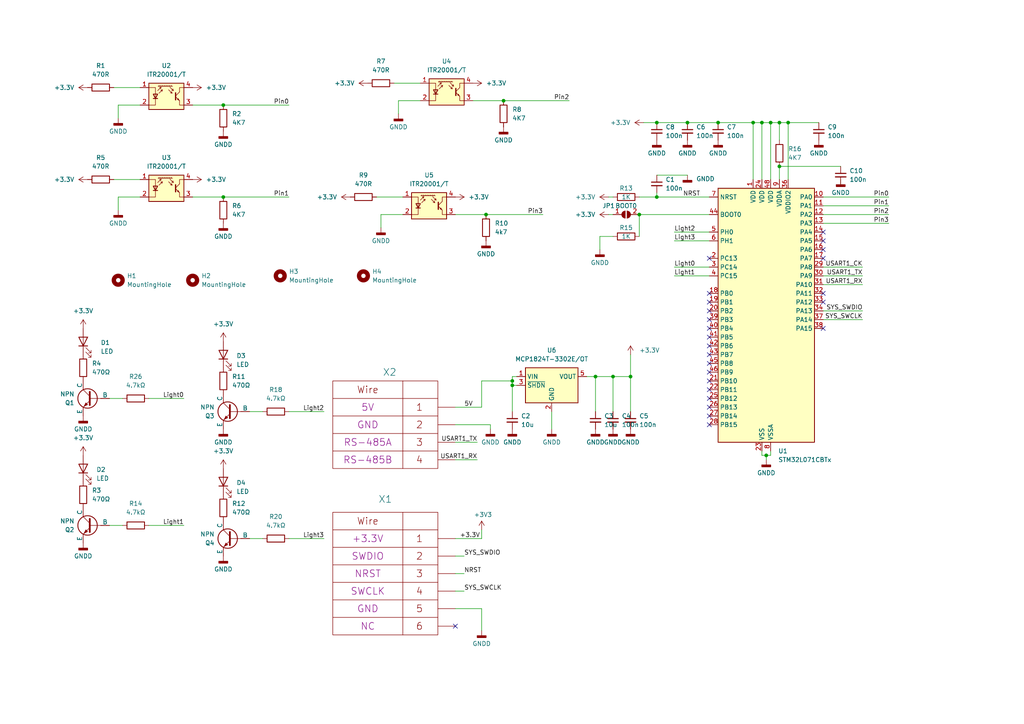
<source format=kicad_sch>
(kicad_sch (version 20230121) (generator eeschema)
  (paper "A4")
  (lib_symbols
    (symbol "Device:C_Small" (pin_numbers hide) (pin_names (offset 0.254) hide)
      (property "Reference" "C" (at 0.254 1.778 0))
      (property "Value" "C_Small" (at 0.254 -2.032 0))
      (symbol "C_Small_1_1"
        (pin passive line (at 0 2.54 270) (length 2.032) (name "~") (number "1"))
        (pin passive line (at 0 -2.54 90) (length 2.032) (name "~") (number "2"))
      )
    )
    (symbol "Device:LED" (pin_numbers hide) (pin_names (offset 1.016) hide)
      (property "Reference" "D" (at 0 2.54 0))
      (property "Value" "LED" (at 0 -2.54 0))
      (symbol "LED_1_1"
        (pin passive line (at -3.81 0 0) (length 2.54) (name "K") (number "1"))
        (pin passive line (at 3.81 0 180) (length 2.54) (name "A") (number "2"))
      )
    )
    (symbol "Device:R" (pin_numbers hide) (pin_names (offset 0))
      (property "Reference" "R" (at 2.032 0 90))
      (property "Value" "R" (at 0 0 90))
      (symbol "R_1_1"
        (pin passive line (at 0 3.81 270) (length 1.27) (name "~") (number "1"))
        (pin passive line (at 0 -3.81 90) (length 1.27) (name "~") (number "2"))
      )
    )
    (symbol "ITR8307-F43_1" (pin_names (offset 0.0254) hide)
      (property "Reference" "U2" (at 0 8.89 0))
      (property "Value" "ITR20001/T" (at 0 6.35 0))
      (symbol "ITR8307-F43_1_1_1"
        (pin passive line (at -7.62 2.54 0) (length 2.54) (name "A") (number "1"))
        (pin passive line (at -7.62 -2.54 0) (length 2.54) (name "K") (number "2"))
        (pin open_emitter line (at 7.62 -2.54 180) (length 2.54) (name "E") (number "3"))
        (pin open_collector line (at 7.62 2.54 180) (length 2.54) (name "C") (number "4"))
      )
    )
    (symbol "ITR8307-F43_2" (pin_names (offset 0.0254) hide)
      (property "Reference" "U3" (at 0 8.89 0))
      (property "Value" "ITR20001/T" (at 0 6.35 0))
      (symbol "ITR8307-F43_2_1_1"
        (pin passive line (at -7.62 2.54 0) (length 2.54) (name "A") (number "1"))
        (pin passive line (at -7.62 -2.54 0) (length 2.54) (name "K") (number "2"))
        (pin open_emitter line (at 7.62 -2.54 180) (length 2.54) (name "E") (number "3"))
        (pin open_collector line (at 7.62 2.54 180) (length 2.54) (name "C") (number "4"))
      )
    )
    (symbol "ITR8307-F43_3" (pin_names (offset 0.0254) hide)
      (property "Reference" "U4" (at 0 8.89 0))
      (property "Value" "ITR20001/T" (at 0 6.35 0))
      (symbol "ITR8307-F43_3_1_1"
        (pin passive line (at -7.62 2.54 0) (length 2.54) (name "A") (number "1"))
        (pin passive line (at -7.62 -2.54 0) (length 2.54) (name "K") (number "2"))
        (pin open_emitter line (at 7.62 -2.54 180) (length 2.54) (name "E") (number "3"))
        (pin open_collector line (at 7.62 2.54 180) (length 2.54) (name "C") (number "4"))
      )
    )
    (symbol "Jumper:SolderJumper_2_Open" (pin_names (offset 0) hide)
      (property "Reference" "JP" (at 0 2.032 0))
      (property "Value" "SolderJumper_2_Open" (at 0 -2.54 0))
      (symbol "SolderJumper_2_Open_1_1"
        (pin passive line (at -3.81 0 0) (length 2.54) (name "A") (number "1"))
        (pin passive line (at 3.81 0 180) (length 2.54) (name "B") (number "2"))
      )
    )
    (symbol "MCU_ST_STM32L0:STM32L071CBTx"
      (property "Reference" "U" (at -12.7 39.37 0))
      (property "Value" "STM32L071CBTx" (at 10.16 39.37 0))
      (symbol "STM32L071CBTx_1_1"
        (pin power_in line (at -2.54 40.64 270) (length 2.54) (name "VDD") (number "1"))
        (pin bidirectional line (at 17.78 35.56 180) (length 2.54) (name "PA0") (number "10"))
        (pin bidirectional line (at 17.78 33.02 180) (length 2.54) (name "PA1") (number "11"))
        (pin bidirectional line (at 17.78 30.48 180) (length 2.54) (name "PA2") (number "12"))
        (pin bidirectional line (at 17.78 27.94 180) (length 2.54) (name "PA3") (number "13"))
        (pin bidirectional line (at 17.78 25.4 180) (length 2.54) (name "PA4") (number "14"))
        (pin bidirectional line (at 17.78 22.86 180) (length 2.54) (name "PA5") (number "15"))
        (pin bidirectional line (at 17.78 20.32 180) (length 2.54) (name "PA6") (number "16"))
        (pin bidirectional line (at 17.78 17.78 180) (length 2.54) (name "PA7") (number "17"))
        (pin bidirectional line (at -15.24 7.62 0) (length 2.54) (name "PB0") (number "18"))
        (pin bidirectional line (at -15.24 5.08 0) (length 2.54) (name "PB1") (number "19"))
        (pin bidirectional line (at -15.24 17.78 0) (length 2.54) (name "PC13") (number "2"))
        (pin bidirectional line (at -15.24 2.54 0) (length 2.54) (name "PB2") (number "20"))
        (pin bidirectional line (at -15.24 -17.78 0) (length 2.54) (name "PB10") (number "21"))
        (pin bidirectional line (at -15.24 -20.32 0) (length 2.54) (name "PB11") (number "22"))
        (pin power_in line (at 0 -38.1 90) (length 2.54) (name "VSS") (number "23"))
        (pin power_in line (at 0 40.64 270) (length 2.54) (name "VDD") (number "24"))
        (pin bidirectional line (at -15.24 -22.86 0) (length 2.54) (name "PB12") (number "25"))
        (pin bidirectional line (at -15.24 -25.4 0) (length 2.54) (name "PB13") (number "26"))
        (pin bidirectional line (at -15.24 -27.94 0) (length 2.54) (name "PB14") (number "27"))
        (pin bidirectional line (at -15.24 -30.48 0) (length 2.54) (name "PB15") (number "28"))
        (pin bidirectional line (at 17.78 15.24 180) (length 2.54) (name "PA8") (number "29"))
        (pin bidirectional line (at -15.24 15.24 0) (length 2.54) (name "PC14") (number "3"))
        (pin bidirectional line (at 17.78 12.7 180) (length 2.54) (name "PA9") (number "30"))
        (pin bidirectional line (at 17.78 10.16 180) (length 2.54) (name "PA10") (number "31"))
        (pin bidirectional line (at 17.78 7.62 180) (length 2.54) (name "PA11") (number "32"))
        (pin bidirectional line (at 17.78 5.08 180) (length 2.54) (name "PA12") (number "33"))
        (pin bidirectional line (at 17.78 2.54 180) (length 2.54) (name "PA13") (number "34"))
        (pin passive line (at 0 -38.1 90) (length 2.54) hide (name "VSS") (number "35"))
        (pin power_in line (at 7.62 40.64 270) (length 2.54) (name "VDDIO2") (number "36"))
        (pin bidirectional line (at 17.78 0 180) (length 2.54) (name "PA14") (number "37"))
        (pin bidirectional line (at 17.78 -2.54 180) (length 2.54) (name "PA15") (number "38"))
        (pin bidirectional line (at -15.24 0 0) (length 2.54) (name "PB3") (number "39"))
        (pin bidirectional line (at -15.24 12.7 0) (length 2.54) (name "PC15") (number "4"))
        (pin bidirectional line (at -15.24 -2.54 0) (length 2.54) (name "PB4") (number "40"))
        (pin bidirectional line (at -15.24 -5.08 0) (length 2.54) (name "PB5") (number "41"))
        (pin bidirectional line (at -15.24 -7.62 0) (length 2.54) (name "PB6") (number "42"))
        (pin bidirectional line (at -15.24 -10.16 0) (length 2.54) (name "PB7") (number "43"))
        (pin input line (at -15.24 30.48 0) (length 2.54) (name "BOOT0") (number "44"))
        (pin bidirectional line (at -15.24 -12.7 0) (length 2.54) (name "PB8") (number "45"))
        (pin bidirectional line (at -15.24 -15.24 0) (length 2.54) (name "PB9") (number "46"))
        (pin passive line (at 0 -38.1 90) (length 2.54) hide (name "VSS") (number "47"))
        (pin power_in line (at 2.54 40.64 270) (length 2.54) (name "VDD") (number "48"))
        (pin bidirectional line (at -15.24 25.4 0) (length 2.54) (name "PH0") (number "5"))
        (pin bidirectional line (at -15.24 22.86 0) (length 2.54) (name "PH1") (number "6"))
        (pin input line (at -15.24 35.56 0) (length 2.54) (name "NRST") (number "7"))
        (pin power_in line (at 2.54 -38.1 90) (length 2.54) (name "VSSA") (number "8"))
        (pin power_in line (at 5.08 40.64 270) (length 2.54) (name "VDDA") (number "9"))
      )
    )
    (symbol "Mechanical:MountingHole" (pin_names (offset 1.016))
      (property "Reference" "H" (at 0 5.08 0))
      (property "Value" "MountingHole" (at 0 3.175 0))
    )
    (symbol "NPN_1" (pin_numbers hide) (pin_names (offset 0))
      (property "Reference" "Q2" (at 5.08 -1.27 0))
      (property "Value" "NPN" (at 5.08 1.27 0))
      (symbol "NPN_1_1_1"
        (pin input line (at -5.08 0 0) (length 2.54) (name "B") (number "1"))
        (pin open_collector line (at 2.54 5.08 270) (length 2.54) (name "C") (number "2"))
        (pin open_emitter line (at 2.54 -5.08 90) (length 2.54) (name "E") (number "3"))
      )
    )
    (symbol "NPN_2" (pin_numbers hide) (pin_names (offset 0))
      (property "Reference" "Q1" (at 5.08 -1.27 0))
      (property "Value" "NPN" (at 5.08 1.27 0))
      (symbol "NPN_2_1_1"
        (pin input line (at -5.08 0 0) (length 2.54) (name "B") (number "1"))
        (pin open_collector line (at 2.54 5.08 270) (length 2.54) (name "C") (number "2"))
        (pin open_emitter line (at 2.54 -5.08 90) (length 2.54) (name "E") (number "3"))
      )
    )
    (symbol "NPN_3" (pin_numbers hide) (pin_names (offset 0))
      (property "Reference" "Q3" (at 5.08 -1.27 0))
      (property "Value" "NPN" (at 5.08 1.27 0))
      (symbol "NPN_3_1_1"
        (pin input line (at -5.08 0 0) (length 2.54) (name "B") (number "1"))
        (pin open_collector line (at 2.54 5.08 270) (length 2.54) (name "C") (number "2"))
        (pin open_emitter line (at 2.54 -5.08 90) (length 2.54) (name "E") (number "3"))
      )
    )
    (symbol "Regulator_Linear:MCP1802x-xx02xOT"
      (property "Reference" "U" (at -6.35 6.35 0))
      (property "Value" "MCP1802x-xx02xOT" (at 0 6.35 0))
      (symbol "MCP1802x-xx02xOT_1_1"
        (pin power_in line (at -10.16 2.54 0) (length 2.54) (name "VIN") (number "1"))
        (pin power_in line (at 0 -7.62 90) (length 2.54) (name "GND") (number "2"))
        (pin input line (at -10.16 0 0) (length 2.54) (name "~{SHDN}") (number "3"))
        (pin no_connect line (at 7.62 0 180) (length 2.54) hide (name "NC") (number "4"))
        (pin power_out line (at 10.16 2.54 180) (length 2.54) (name "VOUT") (number "5"))
      )
    )
    (symbol "Sensor_Proximity:ITR8307-F43" (pin_names (offset 0.0254) hide)
      (property "Reference" "U5" (at 0 8.89 0))
      (property "Value" "ITR20001/T" (at 0 6.35 0))
      (symbol "ITR8307-F43_1_1"
        (pin passive line (at -7.62 2.54 0) (length 2.54) (name "A") (number "1"))
        (pin passive line (at -7.62 -2.54 0) (length 2.54) (name "K") (number "2"))
        (pin open_emitter line (at 7.62 -2.54 180) (length 2.54) (name "E") (number "3"))
        (pin open_collector line (at 7.62 2.54 180) (length 2.54) (name "C") (number "4"))
      )
    )
    (symbol "Simulation_SPICE:NPN" (pin_numbers hide) (pin_names (offset 0))
      (property "Reference" "Q4" (at 5.08 -1.27 0))
      (property "Value" "NPN" (at 5.08 1.27 0))
      (symbol "NPN_1_1"
        (pin input line (at -5.08 0 0) (length 2.54) (name "B") (number "1"))
        (pin open_collector line (at 2.54 5.08 270) (length 2.54) (name "C") (number "2"))
        (pin open_emitter line (at 2.54 -5.08 90) (length 2.54) (name "E") (number "3"))
      )
    )
    (symbol "archive:Connector_Generic_GOST_CONN_4" (pin_numbers hide) (pin_names (offset 0) hide)
      (property "Reference" "X" (at 0 15.24 0))
      (property "PIN1" "1" (at -5.08 5.08 0))
      (property "PIN2" "2" (at -5.08 0 0))
      (property "PIN3" "3" (at -5.08 -5.08 0))
      (property "PIN4" "4" (at -5.08 -10.16 0))
      (symbol "Connector_Generic_GOST_CONN_4_1_1"
        (text "1" (at 9.906 5.08 0) (effects (font (size 2.0066 2.0066))))
        (text "2" (at 9.906 0 0) (effects (font (size 2.0066 2.0066))))
        (text "3" (at 9.906 -5.08 0) (effects (font (size 2.0066 2.0066))))
        (text "4" (at 9.906 -10.16 0) (effects (font (size 2.0066 2.0066))))
        (text "Wire" (at -5.08 10.16 0) (effects (font (size 2.0066 2.0066))))
        (pin passive line (at 20.32 5.08 180) (length 5.08) (name "1") (number "1"))
        (pin passive line (at 20.32 0 180) (length 5.08) (name "2") (number "2"))
        (pin passive line (at 20.32 -5.08 180) (length 5.08) (name "3") (number "3"))
        (pin passive line (at 20.32 -10.16 180) (length 5.08) (name "4") (number "4"))
      )
    )
    (symbol "archive:Connector_Generic_GOST_CONN_6" (pin_numbers hide) (pin_names (offset 0) hide)
      (property "Reference" "X" (at 0 20.32 0))
      (property "PIN1" "1" (at -5.08 10.16 0))
      (property "PIN2" "2" (at -5.08 5.08 0))
      (property "PIN3" "3" (at -5.08 0 0))
      (property "PIN4" "4" (at -5.08 -5.08 0))
      (property "PIN5" "5" (at -5.08 -10.16 0))
      (property "PIN6" "6" (at -5.08 -15.24 0))
      (symbol "Connector_Generic_GOST_CONN_6_1_1"
        (text "1" (at 9.906 10.16 0) (effects (font (size 2.0066 2.0066))))
        (text "2" (at 9.906 5.08 0) (effects (font (size 2.0066 2.0066))))
        (text "3" (at 9.906 0 0) (effects (font (size 2.0066 2.0066))))
        (text "4" (at 9.906 -5.08 0) (effects (font (size 2.0066 2.0066))))
        (text "5" (at 9.906 -10.16 0) (effects (font (size 2.0066 2.0066))))
        (text "6" (at 9.906 -15.24 0) (effects (font (size 2.0066 2.0066))))
        (text "Wire" (at -5.08 15.24 0) (effects (font (size 2.0066 2.0066))))
        (pin passive line (at 20.32 10.16 180) (length 5.08) (name "1") (number "1"))
        (pin passive line (at 20.32 5.08 180) (length 5.08) (name "2") (number "2"))
        (pin passive line (at 20.32 0 180) (length 5.08) (name "3") (number "3"))
        (pin passive line (at 20.32 -5.08 180) (length 5.08) (name "4") (number "4"))
        (pin passive line (at 20.32 -10.16 180) (length 5.08) (name "5") (number "5"))
        (pin passive line (at 20.32 -15.24 180) (length 5.08) (name "6") (number "6"))
      )
    )
    (symbol "archive:Inclinometer-rescue_power_+3.3V-archive" (power) (pin_names (offset 0))
      (property "Value" "Inclinometer-rescue_power_+3.3V-archive" (at 0 3.556 0))
      (symbol "Inclinometer-rescue_power_+3.3V-archive_1_1"
        (pin power_in line (at 0 0 90) (length 0) hide (name "+3V3") (number "1"))
      )
    )
    (symbol "power:+3.3V" (power) (pin_names (offset 0))
      (property "Value" "+3.3V" (at 0 3.556 0))
      (symbol "+3.3V_1_1"
        (pin power_in line (at 0 0 90) (length 0) hide (name "+3.3V") (number "1"))
      )
    )
    (symbol "power:GNDD" (power) (pin_names (offset 0))
      (property "Value" "GNDD" (at 0 -3.175 0))
      (symbol "GNDD_1_1"
        (pin power_in line (at 0 0 270) (length 0) hide (name "GNDD") (number "1"))
      )
    )
  )
  (junction (at 182.88 109.22))
  (junction (at 223.52 35.56))
  (junction (at 148.59 110.49))
  (junction (at 199.39 35.56))
  (junction (at 64.77 30.48))
  (junction (at 222.25 132.08))
  (junction (at 172.72 109.22))
  (junction (at 146.05 29.21))
  (junction (at 226.06 35.56))
  (junction (at 185.42 62.23))
  (junction (at 218.44 35.56))
  (junction (at 208.28 35.56))
  (junction (at 177.8 109.22))
  (junction (at 228.6 35.56))
  (junction (at 190.5 57.15))
  (junction (at 226.06 48.26))
  (junction (at 64.77 57.15))
  (junction (at 148.59 111.76))
  (junction (at 140.97 62.23))
  (junction (at 190.5 35.56))
  (junction (at 220.98 35.56))
  (no_connect (at 238.76 74.93))
  (no_connect (at 238.76 95.25))
  (no_connect (at 205.74 92.71))
  (no_connect (at 205.74 90.17))
  (no_connect (at 238.76 87.63))
  (no_connect (at 205.74 87.63))
  (no_connect (at 132.08 181.61))
  (no_connect (at 205.74 115.57))
  (no_connect (at 205.74 102.87))
  (no_connect (at 205.74 100.33))
  (no_connect (at 238.76 85.09))
  (no_connect (at 238.76 67.31))
  (no_connect (at 205.74 95.25))
  (no_connect (at 205.74 123.19))
  (no_connect (at 205.74 74.93))
  (no_connect (at 238.76 69.85))
  (no_connect (at 205.74 118.11))
  (no_connect (at 205.74 85.09))
  (no_connect (at 205.74 105.41))
  (no_connect (at 205.74 120.65))
  (no_connect (at 205.74 107.95))
  (no_connect (at 205.74 113.03))
  (no_connect (at 205.74 97.79))
  (no_connect (at 205.74 110.49))
  (no_connect (at 238.76 72.39))
  (wire (pts (xy 121.92 29.21) (xy 115.57 29.21)))
  (wire (pts (xy 114.3 24.13) (xy 121.92 24.13)))
  (wire (pts (xy 199.39 50.8) (xy 190.5 50.8)))
  (wire (pts (xy 34.29 57.15) (xy 34.29 60.96)))
  (wire (pts (xy 228.6 35.56) (xy 237.49 35.56)))
  (wire (pts (xy 116.84 62.23) (xy 110.49 62.23)))
  (wire (pts (xy 64.77 57.15) (xy 55.88 57.15)))
  (wire (pts (xy 220.98 35.56) (xy 223.52 35.56)))
  (wire (pts (xy 148.59 119.38) (xy 148.59 111.76)))
  (wire (pts (xy 226.06 48.26) (xy 243.84 48.26)))
  (wire (pts (xy 40.64 30.48) (xy 34.29 30.48)))
  (wire (pts (xy 115.57 29.21) (xy 115.57 33.02)))
  (wire (pts (xy 76.2 156.21) (xy 72.39 156.21)))
  (wire (pts (xy 238.76 77.47) (xy 250.19 77.47)))
  (wire (pts (xy 132.08 133.35) (xy 138.43 133.35)))
  (wire (pts (xy 53.34 152.4) (xy 43.18 152.4)))
  (wire (pts (xy 226.06 35.56) (xy 226.06 40.64)))
  (wire (pts (xy 243.84 53.34) (xy 243.84 52.07)))
  (wire (pts (xy 220.98 130.81) (xy 220.98 132.08)))
  (wire (pts (xy 218.44 35.56) (xy 218.44 52.07)))
  (wire (pts (xy 110.49 62.23) (xy 110.49 66.04)))
  (wire (pts (xy 35.56 115.57) (xy 31.75 115.57)))
  (wire (pts (xy 173.99 72.39) (xy 173.99 68.58)))
  (wire (pts (xy 226.06 35.56) (xy 228.6 35.56)))
  (wire (pts (xy 238.76 92.71) (xy 250.19 92.71)))
  (wire (pts (xy 177.8 109.22) (xy 177.8 119.38)))
  (wire (pts (xy 173.99 68.58) (xy 177.8 68.58)))
  (wire (pts (xy 34.29 30.48) (xy 34.29 34.29)))
  (wire (pts (xy 170.18 109.22) (xy 172.72 109.22)))
  (wire (pts (xy 223.52 35.56) (xy 223.52 52.07)))
  (wire (pts (xy 220.98 35.56) (xy 220.98 52.07)))
  (wire (pts (xy 223.52 130.81) (xy 223.52 132.08)))
  (wire (pts (xy 195.58 67.31) (xy 205.74 67.31)))
  (wire (pts (xy 148.59 110.49) (xy 148.59 109.22)))
  (wire (pts (xy 146.05 29.21) (xy 165.1 29.21)))
  (wire (pts (xy 139.7 110.49) (xy 139.7 118.11)))
  (wire (pts (xy 220.98 132.08) (xy 222.25 132.08)))
  (wire (pts (xy 226.06 48.26) (xy 226.06 52.07)))
  (wire (pts (xy 176.53 57.15) (xy 177.8 57.15)))
  (wire (pts (xy 134.62 166.37) (xy 132.08 166.37)))
  (wire (pts (xy 35.56 152.4) (xy 31.75 152.4)))
  (wire (pts (xy 238.76 80.01) (xy 250.19 80.01)))
  (wire (pts (xy 160.02 124.46) (xy 160.02 119.38)))
  (wire (pts (xy 190.5 55.88) (xy 190.5 57.15)))
  (wire (pts (xy 190.5 57.15) (xy 205.74 57.15)))
  (wire (pts (xy 238.76 90.17) (xy 250.19 90.17)))
  (wire (pts (xy 134.62 171.45) (xy 132.08 171.45)))
  (wire (pts (xy 185.42 57.15) (xy 190.5 57.15)))
  (wire (pts (xy 238.76 59.69) (xy 257.81 59.69)))
  (wire (pts (xy 177.8 109.22) (xy 182.88 109.22)))
  (wire (pts (xy 218.44 35.56) (xy 220.98 35.56)))
  (wire (pts (xy 148.59 110.49) (xy 148.59 111.76)))
  (wire (pts (xy 182.88 109.22) (xy 182.88 119.38)))
  (wire (pts (xy 238.76 57.15) (xy 257.81 57.15)))
  (wire (pts (xy 93.98 156.21) (xy 83.82 156.21)))
  (wire (pts (xy 53.34 115.57) (xy 43.18 115.57)))
  (wire (pts (xy 132.08 161.29) (xy 134.62 161.29)))
  (wire (pts (xy 208.28 35.56) (xy 218.44 35.56)))
  (wire (pts (xy 148.59 111.76) (xy 149.86 111.76)))
  (wire (pts (xy 33.02 25.4) (xy 40.64 25.4)))
  (wire (pts (xy 40.64 57.15) (xy 34.29 57.15)))
  (wire (pts (xy 132.08 118.11) (xy 139.7 118.11)))
  (wire (pts (xy 182.88 102.87) (xy 182.88 109.22)))
  (wire (pts (xy 139.7 110.49) (xy 148.59 110.49)))
  (wire (pts (xy 222.25 133.35) (xy 222.25 132.08)))
  (wire (pts (xy 223.52 35.56) (xy 226.06 35.56)))
  (wire (pts (xy 199.39 35.56) (xy 208.28 35.56)))
  (wire (pts (xy 149.86 109.22) (xy 148.59 109.22)))
  (wire (pts (xy 195.58 69.85) (xy 205.74 69.85)))
  (wire (pts (xy 228.6 52.07) (xy 228.6 35.56)))
  (wire (pts (xy 64.77 30.48) (xy 55.88 30.48)))
  (wire (pts (xy 195.58 80.01) (xy 205.74 80.01)))
  (wire (pts (xy 222.25 132.08) (xy 223.52 132.08)))
  (wire (pts (xy 172.72 109.22) (xy 172.72 119.38)))
  (wire (pts (xy 142.24 123.19) (xy 132.08 123.19)))
  (wire (pts (xy 185.42 62.23) (xy 205.74 62.23)))
  (wire (pts (xy 238.76 64.77) (xy 257.81 64.77)))
  (wire (pts (xy 139.7 156.21) (xy 139.7 153.67)))
  (wire (pts (xy 132.08 128.27) (xy 138.43 128.27)))
  (wire (pts (xy 93.98 119.38) (xy 83.82 119.38)))
  (wire (pts (xy 76.2 119.38) (xy 72.39 119.38)))
  (wire (pts (xy 185.42 62.23) (xy 185.42 68.58)))
  (wire (pts (xy 190.5 35.56) (xy 199.39 35.56)))
  (wire (pts (xy 139.7 176.53) (xy 139.7 182.88)))
  (wire (pts (xy 64.77 57.15) (xy 83.82 57.15)))
  (wire (pts (xy 238.76 82.55) (xy 250.19 82.55)))
  (wire (pts (xy 140.97 62.23) (xy 157.48 62.23)))
  (wire (pts (xy 186.69 35.56) (xy 190.5 35.56)))
  (wire (pts (xy 142.24 123.19) (xy 142.24 124.46)))
  (wire (pts (xy 176.53 62.23) (xy 177.8 62.23)))
  (wire (pts (xy 238.76 62.23) (xy 257.81 62.23)))
  (wire (pts (xy 140.97 62.23) (xy 132.08 62.23)))
  (wire (pts (xy 109.22 57.15) (xy 116.84 57.15)))
  (wire (pts (xy 139.7 176.53) (xy 132.08 176.53)))
  (wire (pts (xy 33.02 52.07) (xy 40.64 52.07)))
  (wire (pts (xy 132.08 156.21) (xy 139.7 156.21)))
  (wire (pts (xy 64.77 30.48) (xy 83.82 30.48)))
  (wire (pts (xy 172.72 109.22) (xy 177.8 109.22)))
  (wire (pts (xy 195.58 77.47) (xy 205.74 77.47)))
  (wire (pts (xy 146.05 29.21) (xy 137.16 29.21)))
  (label "USART1_TX" (at 250.19 80.01 180))
  (label "Light3" (at 195.58 69.85 0))
  (label "Pin2" (at 257.81 62.23 180))
  (label "5V" (at 137.16 118.11 180))
  (label "Pin3" (at 257.81 64.77 180))
  (label "USART1_TX" (at 138.43 128.27 180))
  (label "Pin0" (at 83.82 30.48 180))
  (label "USART1_CK" (at 250.19 77.47 180))
  (label "NRST" (at 134.62 166.37 0))
  (label "NRST" (at 198.12 57.15 0))
  (label "Pin1" (at 257.81 59.69 180))
  (label "Light2" (at 93.98 119.38 180))
  (label "SYS_SWCLK" (at 250.19 92.71 180))
  (label "SYS_SWDIO" (at 134.62 161.29 0))
  (label "Light1" (at 195.58 80.01 0))
  (label "USART1_RX" (at 250.19 82.55 180))
  (label "Pin2" (at 165.1 29.21 180))
  (label "Pin3" (at 157.48 62.23 180))
  (label "Light0" (at 53.34 115.57 180))
  (label "SYS_SWDIO" (at 250.19 90.17 180))
  (label "Pin1" (at 83.82 57.15 180))
  (label "Light0" (at 195.58 77.47 0))
  (label "Light3" (at 93.98 156.21 180))
  (label "USART1_RX" (at 138.43 133.35 180))
  (label "SYS_SWCLK" (at 134.62 171.45 0))
  (label "Pin0" (at 257.81 57.15 180))
  (label "+3.3V" (at 133.35 156.21 0))
  (label "Light1" (at 53.34 152.4 180))
  (label "Light2" (at 195.58 67.31 0))
  (symbol (lib_id "power:GNDD") (at 34.29 34.29 0) (unit 1)
    (property "Reference" "#PWR01" (effects hide))
    (property "Value" "GNDD" (at 34.29 38.1 0))
  )
  (symbol (lib_id "power:GNDD") (at 64.77 124.46 0) (unit 1)
    (property "Reference" "#PWR044" (effects hide))
    (property "Value" "GNDD" (at 64.77 128.27 0))
  )
  (symbol (lib_id "power:+3.3V") (at 182.88 102.87 0) (unit 1)
    (property "Reference" "#PWR035" (effects hide))
    (property "Value" "+3.3V" (at 185.42 101.6 0) (effects (justify left)))
  )
  (symbol (lib_id "power:GNDD") (at 190.5 40.64 0) (unit 1)
    (property "Reference" "#PWR039" (effects hide))
    (property "Value" "GNDD" (at 190.5 44.45 0))
  )
  (symbol (lib_id "power:GNDD") (at 172.72 124.46 0) (unit 1)
    (property "Reference" "#PWR032" (effects hide))
    (property "Value" "GNDD" (at 172.72 128.27 0))
  )
  (symbol (lib_id "power:GNDD") (at 64.77 38.1 0) (unit 1)
    (property "Reference" "#PWR02" (effects hide))
    (property "Value" "GNDD" (at 64.77 41.91 0))
  )
  (symbol (lib_id "power:+3.3V") (at 24.13 132.08 0) (unit 1)
    (property "Reference" "#PWR04" (effects hide))
    (property "Value" "+3.3V" (at 24.13 127 0))
  )
  (symbol (lib_id "Device:R") (at 39.37 152.4 270) (unit 1)
    (property "Reference" "R14" (at 39.37 146.05 90))
    (property "Value" "4.7kΩ" (at 39.37 148.59 90))
    (property "Footprint" "Resistor_SMD:R_0603_1608Metric" (effects hide))
  )
  (symbol (lib_id "Device:R") (at 80.01 119.38 270) (unit 1)
    (property "Reference" "R18" (at 80.01 113.03 90))
    (property "Value" "4.7kΩ" (at 80.01 115.57 90))
    (property "Footprint" "Resistor_SMD:R_0603_1608Metric" (effects hide))
  )
  (symbol (lib_id "power:+3.3V") (at 25.4 52.07 90) (unit 1)
    (property "Reference" "#PWR011" (effects hide))
    (property "Value" "+3.3V" (at 21.59 52.07 90) (effects (justify left)))
  )
  (symbol (lib_id "Device:C_Small") (at 190.5 38.1 0) (unit 1)
    (property "Reference" "C8" (at 193.04 36.8363 0) (effects (justify left)))
    (property "Value" "100n" (at 193.04 39.3763 0) (effects (justify left)))
    (property "Footprint" "Capacitor_SMD:C_0603_1608Metric" (effects hide))
  )
  (symbol (lib_id "power:GNDD") (at 199.39 50.8 0) (unit 1)
    (property "Reference" "#PWR07" (effects hide))
    (property "Value" "GNDD" (at 201.93 51.8795 0) (effects (justify left)))
  )
  (symbol (lib_id "Device:C_Small") (at 148.59 121.92 0) (unit 1)
    (property "Reference" "C2" (at 151.13 120.6563 0) (effects (justify left)))
    (property "Value" "10u" (at 151.13 123.1963 0) (effects (justify left)))
    (property "Footprint" "Capacitor_SMD:C_0805_2012Metric" (effects hide))
  )
  (symbol (lib_id "power:GNDD") (at 243.84 52.07 0) (unit 1)
    (property "Reference" "#PWR024" (effects hide))
    (property "Value" "GNDD" (at 243.84 55.88 0))
  )
  (symbol (lib_id "power:GNDD") (at 142.24 124.46 0) (unit 1)
    (property "Reference" "#PWR029" (effects hide))
    (property "Value" "GNDD" (at 142.24 128.27 0))
  )
  (symbol (lib_id "Mechanical:MountingHole") (at 34.29 81.28 0) (unit 1)
    (property "Reference" "H1" (at 36.83 80.01 0) (effects (justify left)))
    (property "Value" "MountingHole" (at 36.83 82.55 0) (effects (justify left)))
    (property "Footprint" "MountingHole:MountingHole_3.2mm_M3" (effects hide))
  )
  (symbol (lib_id "power:GNDD") (at 182.88 124.46 0) (unit 1)
    (property "Reference" "#PWR034" (effects hide))
    (property "Value" "GNDD" (at 182.88 128.27 0))
  )
  (symbol (lib_id "MCU_ST_STM32L0:STM32L071CBTx") (at 220.98 92.71 0) (unit 1)
    (property "Reference" "U1" (at 225.7141 130.81 0) (effects (justify left)))
    (property "Value" "STM32L071CBTx" (at 225.7141 133.35 0) (effects (justify left)))
    (property "Footprint" "Package_QFP:LQFP-48_7x7mm_P0.5mm" (effects hide))
    (property "Datasheet" "https://www.st.com/resource/en/datasheet/stm32l071cb.pdf" (effects hide))
  )
  (symbol (lib_id "power:GNDD") (at 139.7 182.88 0) (unit 1)
    (property "Reference" "#PWR027" (effects hide))
    (property "Value" "GNDD" (at 139.7 186.69 0))
  )
  (symbol (lib_id "Device:R") (at 146.05 33.02 0) (unit 1)
    (property "Reference" "R8" (at 148.59 31.75 0) (effects (justify left)))
    (property "Value" "4K7" (at 148.59 34.29 0) (effects (justify left)))
    (property "Footprint" "Resistor_SMD:R_0603_1608Metric" (effects hide))
  )
  (symbol (lib_id "power:GNDD") (at 173.99 72.39 0) (unit 1)
    (property "Reference" "#PWR023" (effects hide))
    (property "Value" "GNDD" (at 173.99 76.2 0))
  )
  (symbol (lib_name "ITR8307-F43_2") (lib_id "Sensor_Proximity:ITR8307-F43") (at 48.26 54.61 0) (unit 1)
    (property "Reference" "U3" (at 48.26 45.72 0))
    (property "Value" "ITR20001/T" (at 48.26 48.26 0))
    (property "Footprint" "Library:ITR20001" (effects hide))
    (property "Datasheet" "https://everlighteurope.com/index.php?controller=attachment&id_attachment=5385" (effects hide))
  )
  (symbol (lib_id "power:GNDD") (at 24.13 157.48 0) (unit 1)
    (property "Reference" "#PWR05" (effects hide))
    (property "Value" "GNDD" (at 24.13 161.29 0))
  )
  (symbol (lib_id "power:GNDD") (at 110.49 66.04 0) (unit 1)
    (property "Reference" "#PWR020" (effects hide))
    (property "Value" "GNDD" (at 110.49 69.85 0))
  )
  (symbol (lib_id "power:+3.3V") (at 176.53 57.15 90) (unit 1)
    (property "Reference" "#PWR06" (effects hide))
    (property "Value" "+3.3V" (at 172.72 57.15 90) (effects (justify left)))
  )
  (symbol (lib_id "power:+3.3V") (at 106.68 24.13 90) (unit 1)
    (property "Reference" "#PWR015" (effects hide))
    (property "Value" "+3.3V" (at 102.87 24.13 90) (effects (justify left)))
  )
  (symbol (lib_id "power:+3.3V") (at 137.16 24.13 270) (unit 1)
    (property "Reference" "#PWR017" (effects hide))
    (property "Value" "+3.3V" (at 140.97 24.13 90) (effects (justify left)))
  )
  (symbol (lib_id "Simulation_SPICE:NPN") (at 67.31 156.21 0) (mirror y) (unit 1)
    (property "Reference" "Q4" (at 62.23 157.48 0) (effects (justify left)))
    (property "Value" "NPN" (at 62.23 154.94 0) (effects (justify left)))
    (property "Footprint" "Package_TO_SOT_SMD:SOT-23" (effects hide))
    (property "Sim.Device" "NPN" (effects hide))
    (property "Sim.Type" "GUMMELPOON" (effects hide))
    (property "Sim.Pins" "1=C 2=B 3=E" (effects hide))
  )
  (symbol (lib_name "ITR8307-F43_1") (lib_id "Sensor_Proximity:ITR8307-F43") (at 48.26 27.94 0) (unit 1)
    (property "Reference" "U2" (at 48.26 19.05 0))
    (property "Value" "ITR20001/T" (at 48.26 21.59 0))
    (property "Footprint" "Library:ITR20001" (effects hide))
    (property "Datasheet" "https://everlighteurope.com/index.php?controller=attachment&id_attachment=5385" (effects hide))
  )
  (symbol (lib_id "Device:R") (at 64.77 60.96 0) (unit 1)
    (property "Reference" "R6" (at 67.31 59.69 0) (effects (justify left)))
    (property "Value" "4K7" (at 67.31 62.23 0) (effects (justify left)))
    (property "Footprint" "Resistor_SMD:R_0603_1608Metric" (effects hide))
  )
  (symbol (lib_id "Device:R") (at 29.21 52.07 90) (unit 1)
    (property "Reference" "R5" (at 29.21 45.72 90))
    (property "Value" "470R" (at 29.21 48.26 90))
    (property "Footprint" "Resistor_SMD:R_0603_1608Metric" (effects hide))
  )
  (symbol (lib_id "Device:R") (at 110.49 24.13 90) (unit 1)
    (property "Reference" "R7" (at 110.49 17.78 90))
    (property "Value" "470R" (at 110.49 20.32 90))
    (property "Footprint" "Resistor_SMD:R_0603_1608Metric" (effects hide))
  )
  (symbol (lib_id "Sensor_Proximity:ITR8307-F43") (at 124.46 59.69 0) (unit 1)
    (property "Reference" "U5" (at 124.46 50.8 0))
    (property "Value" "ITR20001/T" (at 124.46 53.34 0))
    (property "Footprint" "Library:ITR20001" (effects hide))
    (property "Datasheet" "https://everlighteurope.com/index.php?controller=attachment&id_attachment=5385" (effects hide))
  )
  (symbol (lib_id "Mechanical:MountingHole") (at 81.28 80.01 0) (unit 1)
    (property "Reference" "H3" (at 83.82 78.74 0) (effects (justify left)))
    (property "Value" "MountingHole" (at 83.82 81.28 0) (effects (justify left)))
    (property "Footprint" "MountingHole:MountingHole_3.2mm_M3" (effects hide))
  )
  (symbol (lib_id "power:+3.3V") (at 24.13 95.25 0) (unit 1)
    (property "Reference" "#PWR042" (effects hide))
    (property "Value" "+3.3V" (at 24.13 90.17 0))
  )
  (symbol (lib_id "Device:R") (at 39.37 115.57 270) (unit 1)
    (property "Reference" "R26" (at 39.37 109.22 90))
    (property "Value" "4.7kΩ" (at 39.37 111.76 90))
    (property "Footprint" "Resistor_SMD:R_0603_1608Metric" (effects hide))
  )
  (symbol (lib_id "power:GNDD") (at 237.49 40.64 0) (unit 1)
    (property "Reference" "#PWR040" (effects hide))
    (property "Value" "GNDD" (at 237.49 44.45 0))
  )
  (symbol (lib_id "Regulator_Linear:MCP1802x-xx02xOT") (at 160.02 111.76 0) (unit 1)
    (property "Reference" "U6" (at 160.02 101.6 0))
    (property "Value" "MCP1824T-3302E/OT" (at 160.02 104.14 0))
    (property "Footprint" "Package_TO_SOT_SMD:SOT-23-5" (effects hide))
    (property "Datasheet" "http://ww1.microchip.com/downloads/en/DeviceDoc/22053C.pdf" (effects hide))
  )
  (symbol (lib_id "power:GNDD") (at 222.25 133.35 0) (unit 1)
    (property "Reference" "#PWR03" (effects hide))
    (property "Value" "GNDD" (at 222.25 137.16 0))
  )
  (symbol (lib_id "power:GNDD") (at 64.77 161.29 0) (unit 1)
    (property "Reference" "#PWR046" (effects hide))
    (property "Value" "GNDD" (at 64.77 165.1 0))
  )
  (symbol (lib_id "Device:R") (at 64.77 110.49 180) (unit 1)
    (property "Reference" "R11" (at 67.31 109.22 0) (effects (justify right)))
    (property "Value" "470Ω" (at 67.31 111.76 0) (effects (justify right)))
    (property "Footprint" "Resistor_SMD:R_0603_1608Metric" (effects hide))
  )
  (symbol (lib_id "power:+3.3V") (at 132.08 57.15 270) (unit 1)
    (property "Reference" "#PWR021" (effects hide))
    (property "Value" "+3.3V" (at 135.89 57.15 90) (effects (justify left)))
  )
  (symbol (lib_id "power:GNDD") (at 115.57 33.02 0) (unit 1)
    (property "Reference" "#PWR016" (effects hide))
    (property "Value" "GNDD" (at 115.57 36.83 0))
  )
  (symbol (lib_name "ITR8307-F43_3") (lib_id "Sensor_Proximity:ITR8307-F43") (at 129.54 26.67 0) (unit 1)
    (property "Reference" "U4" (at 129.54 17.78 0))
    (property "Value" "ITR20001/T" (at 129.54 20.32 0))
    (property "Footprint" "Library:ITR20001" (effects hide))
    (property "Datasheet" "https://everlighteurope.com/index.php?controller=attachment&id_attachment=5385" (effects hide))
  )
  (symbol (lib_id "power:GNDD") (at 24.13 120.65 0) (unit 1)
    (property "Reference" "#PWR043" (effects hide))
    (property "Value" "GNDD" (at 24.13 124.46 0))
  )
  (symbol (lib_id "Device:R") (at 64.77 147.32 180) (unit 1)
    (property "Reference" "R12" (at 67.31 146.05 0) (effects (justify right)))
    (property "Value" "470Ω" (at 67.31 148.59 0) (effects (justify right)))
    (property "Footprint" "Resistor_SMD:R_0603_1608Metric" (effects hide))
  )
  (symbol (lib_id "Device:LED") (at 24.13 99.06 90) (unit 1)
    (property "Reference" "D1" (at 29.21 99.3775 90) (effects (justify right)))
    (property "Value" "LED" (at 29.21 101.9175 90) (effects (justify right)))
    (property "Footprint" "LED_THT:LED_D3.0mm" (effects hide))
  )
  (symbol (lib_id "power:GNDD") (at 146.05 36.83 0) (unit 1)
    (property "Reference" "#PWR018" (effects hide))
    (property "Value" "GNDD" (at 146.05 40.64 0))
  )
  (symbol (lib_id "power:GNDD") (at 199.39 40.64 0) (unit 1)
    (property "Reference" "#PWR038" (effects hide))
    (property "Value" "GNDD" (at 199.39 44.45 0))
  )
  (symbol (lib_id "power:+3.3V") (at 101.6 57.15 90) (unit 1)
    (property "Reference" "#PWR019" (effects hide))
    (property "Value" "+3.3V" (at 97.79 57.15 90) (effects (justify left)))
  )
  (symbol (lib_id "power:GNDD") (at 208.28 40.64 0) (unit 1)
    (property "Reference" "#PWR037" (effects hide))
    (property "Value" "GNDD" (at 208.28 44.45 0))
  )
  (symbol (lib_name "NPN_3") (lib_id "Simulation_SPICE:NPN") (at 67.31 119.38 0) (mirror y) (unit 1)
    (property "Reference" "Q3" (at 62.23 120.65 0) (effects (justify left)))
    (property "Value" "NPN" (at 62.23 118.11 0) (effects (justify left)))
    (property "Footprint" "Package_TO_SOT_SMD:SOT-23" (effects hide))
    (property "Sim.Device" "NPN" (effects hide))
    (property "Sim.Type" "GUMMELPOON" (effects hide))
    (property "Sim.Pins" "1=C 2=B 3=E" (effects hide))
  )
  (symbol (lib_id "power:+3.3V") (at 55.88 25.4 270) (unit 1)
    (property "Reference" "#PWR010" (effects hide))
    (property "Value" "+3.3V" (at 59.69 25.4 90) (effects (justify left)))
  )
  (symbol (lib_id "Device:C_Small") (at 208.28 38.1 0) (unit 1)
    (property "Reference" "C7" (at 210.82 36.8363 0) (effects (justify left)))
    (property "Value" "100n" (at 210.82 39.3763 0) (effects (justify left)))
    (property "Footprint" "Capacitor_SMD:C_0603_1608Metric" (effects hide))
  )
  (symbol (lib_id "Device:C_Small") (at 182.88 121.92 0) (unit 1)
    (property "Reference" "C5" (at 185.42 120.6563 0) (effects (justify left)))
    (property "Value" "100n" (at 185.42 123.1963 0) (effects (justify left)))
    (property "Footprint" "Capacitor_SMD:C_0603_1608Metric" (effects hide))
  )
  (symbol (lib_id "Device:R") (at 181.61 57.15 90) (unit 1)
    (property "Reference" "R13" (at 181.61 54.61 90))
    (property "Value" "1K" (at 181.61 57.15 90))
    (property "Footprint" "Resistor_SMD:R_0603_1608Metric" (effects hide))
  )
  (symbol (lib_id "Device:R") (at 80.01 156.21 270) (unit 1)
    (property "Reference" "R20" (at 80.01 149.86 90))
    (property "Value" "4.7kΩ" (at 80.01 152.4 90))
    (property "Footprint" "Resistor_SMD:R_0603_1608Metric" (effects hide))
  )
  (symbol (lib_id "power:GNDD") (at 34.29 60.96 0) (unit 1)
    (property "Reference" "#PWR012" (effects hide))
    (property "Value" "GNDD" (at 34.29 64.77 0))
  )
  (symbol (lib_id "power:GNDD") (at 160.02 124.46 0) (unit 1)
    (property "Reference" "#PWR030" (effects hide))
    (property "Value" "GNDD" (at 160.02 128.27 0))
  )
  (symbol (lib_id "archive:Inclinometer-rescue_power_+3.3V-archive") (at 139.7 153.67 0) (unit 1)
    (property "Reference" "#PWR025" (effects hide))
    (property "Value" "+3.3V" (at 140.081 149.2758 0))
  )
  (symbol (lib_id "Device:R") (at 181.61 68.58 90) (unit 1)
    (property "Reference" "R15" (at 181.61 66.04 90))
    (property "Value" "1K" (at 181.61 68.58 90))
    (property "Footprint" "Resistor_SMD:R_0603_1608Metric" (effects hide))
  )
  (symbol (lib_id "power:+3.3V") (at 55.88 52.07 270) (unit 1)
    (property "Reference" "#PWR013" (effects hide))
    (property "Value" "+3.3V" (at 59.69 52.07 90) (effects (justify left)))
  )
  (symbol (lib_name "NPN_1") (lib_id "Simulation_SPICE:NPN") (at 26.67 152.4 0) (mirror y) (unit 1)
    (property "Reference" "Q2" (at 21.59 153.67 0) (effects (justify left)))
    (property "Value" "NPN" (at 21.59 151.13 0) (effects (justify left)))
    (property "Footprint" "Package_TO_SOT_SMD:SOT-23" (effects hide))
    (property "Sim.Device" "NPN" (effects hide))
    (property "Sim.Type" "GUMMELPOON" (effects hide))
    (property "Sim.Pins" "1=B 2=C 3=E" (effects hide))
  )
  (symbol (lib_id "Device:LED") (at 64.77 102.87 90) (unit 1)
    (property "Reference" "D3" (at 68.58 103.1875 90) (effects (justify right)))
    (property "Value" "LED" (at 68.58 105.7275 90) (effects (justify right)))
    (property "Footprint" "LED_THT:LED_D3.0mm" (effects hide))
  )
  (symbol (lib_id "Device:C_Small") (at 177.8 121.92 0) (unit 1)
    (property "Reference" "C4" (at 180.34 120.6563 0) (effects (justify left)))
    (property "Value" "100n" (at 180.34 123.1963 0) (effects (justify left)))
    (property "Footprint" "Capacitor_SMD:C_0603_1608Metric" (effects hide))
  )
  (symbol (lib_id "power:+3.3V") (at 25.4 25.4 90) (unit 1)
    (property "Reference" "#PWR09" (effects hide))
    (property "Value" "+3.3V" (at 21.59 25.4 90) (effects (justify left)))
  )
  (symbol (lib_id "Device:R") (at 226.06 44.45 0) (unit 1)
    (property "Reference" "R16" (at 228.6 43.18 0) (effects (justify left)))
    (property "Value" "4K7" (at 228.6 45.72 0) (effects (justify left)))
    (property "Footprint" "Resistor_SMD:R_0603_1608Metric" (effects hide))
  )
  (symbol (lib_id "power:GNDD") (at 64.77 64.77 0) (unit 1)
    (property "Reference" "#PWR014" (effects hide))
    (property "Value" "GNDD" (at 64.77 68.58 0))
  )
  (symbol (lib_id "Jumper:SolderJumper_2_Open") (at 181.61 62.23 0) (unit 1)
    (property "Reference" "JP1" (at 176.53 59.69 0))
    (property "Value" "BOOT0" (at 181.61 59.69 0))
    (property "Footprint" "Jumper:SolderJumper-2_P1.3mm_Bridged2Bar_Pad1.0x1.5mm" (effects hide))
  )
  (symbol (lib_id "Device:R") (at 24.13 106.68 180) (unit 1)
    (property "Reference" "R4" (at 26.67 105.41 0) (effects (justify right)))
    (property "Value" "470Ω" (at 26.67 107.95 0) (effects (justify right)))
    (property "Footprint" "Resistor_SMD:R_0603_1608Metric" (effects hide))
  )
  (symbol (lib_id "Device:R") (at 140.97 66.04 0) (unit 1)
    (property "Reference" "R10" (at 143.51 64.77 0) (effects (justify left)))
    (property "Value" "4k7" (at 143.51 67.31 0) (effects (justify left)))
    (property "Footprint" "Resistor_SMD:R_0603_1608Metric" (effects hide))
  )
  (symbol (lib_id "power:+3.3V") (at 186.69 35.56 90) (unit 1)
    (property "Reference" "#PWR036" (effects hide))
    (property "Value" "+3.3V" (at 182.88 35.56 90) (effects (justify left)))
  )
  (symbol (lib_id "Device:LED") (at 24.13 135.89 90) (unit 1)
    (property "Reference" "D2" (at 27.94 136.2075 90) (effects (justify right)))
    (property "Value" "LED" (at 27.94 138.7475 90) (effects (justify right)))
    (property "Footprint" "LED_THT:LED_D3.0mm" (effects hide))
  )
  (symbol (lib_id "Device:LED") (at 64.77 139.7 90) (unit 1)
    (property "Reference" "D4" (at 68.58 140.0175 90) (effects (justify right)))
    (property "Value" "LED" (at 68.58 142.5575 90) (effects (justify right)))
    (property "Footprint" "LED_THT:LED_D3.0mm" (effects hide))
  )
  (symbol (lib_id "Device:C_Small") (at 190.5 53.34 0) (unit 1)
    (property "Reference" "C1" (at 193.04 52.0763 0) (effects (justify left)))
    (property "Value" "100n" (at 193.04 54.6163 0) (effects (justify left)))
    (property "Footprint" "Capacitor_SMD:C_0603_1608Metric" (effects hide))
  )
  (symbol (lib_id "archive:Connector_Generic_GOST_CONN_4") (at 111.76 123.19 0) (unit 1)
    (property "Reference" "X2" (at 113.03 107.95 0) (effects (font (size 2.0066 2.0066))))
    (property "Value" "CONN_4" (effects hide))
    (property "Footprint" "TerminalBlock_RND:TerminalBlock_RND_205-00289_1x04_P5.08mm_Horizontal" (effects hide))
    (property "PIN1" "5V" (at 106.68 118.11 0) (effects (font (size 2.0066 2.0066))))
    (property "PIN2" "GND" (at 106.68 123.19 0) (effects (font (size 2.0066 2.0066))))
    (property "PIN3" "RS-485A" (at 106.68 128.27 0) (effects (font (size 2.0066 2.0066))))
    (property "PIN4" "RS-485B" (at 106.68 133.35 0) (effects (font (size 2.0066 2.0066))))
  )
  (symbol (lib_id "Device:C_Small") (at 199.39 38.1 0) (unit 1)
    (property "Reference" "C6" (at 201.93 36.8363 0) (effects (justify left)))
    (property "Value" "100n" (at 201.93 39.3763 0) (effects (justify left)))
    (property "Footprint" "Capacitor_SMD:C_0603_1608Metric" (effects hide))
  )
  (symbol (lib_id "Device:C_Small") (at 172.72 121.92 0) (unit 1)
    (property "Reference" "C3" (at 175.26 120.6563 0) (effects (justify left)))
    (property "Value" "10u" (at 175.26 123.1963 0) (effects (justify left)))
    (property "Footprint" "Capacitor_SMD:C_0805_2012Metric" (effects hide))
  )
  (symbol (lib_id "Device:R") (at 24.13 143.51 180) (unit 1)
    (property "Reference" "R3" (at 26.67 142.24 0) (effects (justify right)))
    (property "Value" "470Ω" (at 26.67 144.78 0) (effects (justify right)))
    (property "Footprint" "Resistor_SMD:R_0603_1608Metric" (effects hide))
  )
  (symbol (lib_id "power:GNDD") (at 177.8 124.46 0) (unit 1)
    (property "Reference" "#PWR033" (effects hide))
    (property "Value" "GNDD" (at 177.8 128.27 0))
  )
  (symbol (lib_id "archive:Connector_Generic_GOST_CONN_6") (at 111.76 166.37 0) (unit 1)
    (property "Reference" "X1" (at 111.76 144.78 0) (effects (font (size 2.0066 2.0066))))
    (property "Value" "CONN_6" (effects hide))
    (property "Footprint" "Library:490107670612" (effects hide))
    (property "PIN1" "+3.3V" (at 106.68 156.21 0) (effects (font (size 2.0066 2.0066))))
    (property "PIN2" "SWDIO" (at 106.68 161.29 0) (effects (font (size 2.0066 2.0066))))
    (property "PIN3" "NRST" (at 106.68 166.37 0) (effects (font (size 2.0066 2.0066))))
    (property "PIN4" "SWCLK" (at 106.68 171.45 0) (effects (font (size 2.0066 2.0066))))
    (property "PIN5" "GND" (at 106.68 176.53 0) (effects (font (size 2.0066 2.0066))))
    (property "PIN6" "NC" (at 106.68 181.61 0) (effects (font (size 2.0066 2.0066))))
  )
  (symbol (lib_id "Mechanical:MountingHole") (at 55.88 81.28 0) (unit 1)
    (property "Reference" "H2" (at 58.42 80.01 0) (effects (justify left)))
    (property "Value" "MountingHole" (at 58.42 82.55 0) (effects (justify left)))
    (property "Footprint" "MountingHole:MountingHole_3.2mm_M3" (effects hide))
  )
  (symbol (lib_id "power:+3.3V") (at 64.77 99.06 0) (unit 1)
    (property "Reference" "#PWR041" (effects hide))
    (property "Value" "+3.3V" (at 64.77 93.98 0))
  )
  (symbol (lib_id "power:+3.3V") (at 176.53 62.23 90) (unit 1)
    (property "Reference" "#PWR08" (effects hide))
    (property "Value" "+3.3V" (at 172.72 62.23 90) (effects (justify left)))
  )
  (symbol (lib_id "power:GNDD") (at 140.97 69.85 0) (unit 1)
    (property "Reference" "#PWR022" (effects hide))
    (property "Value" "GNDD" (at 140.97 73.66 0))
  )
  (symbol (lib_id "Device:C_Small") (at 237.49 38.1 0) (unit 1)
    (property "Reference" "C9" (at 240.03 36.8363 0) (effects (justify left)))
    (property "Value" "100n" (at 240.03 39.3763 0) (effects (justify left)))
    (property "Footprint" "Capacitor_SMD:C_0603_1608Metric" (effects hide))
  )
  (symbol (lib_id "Device:R") (at 105.41 57.15 90) (unit 1)
    (property "Reference" "R9" (at 105.41 50.8 90))
    (property "Value" "470R" (at 105.41 53.34 90))
    (property "Footprint" "Resistor_SMD:R_0603_1608Metric" (effects hide))
  )
  (symbol (lib_name "NPN_2") (lib_id "Simulation_SPICE:NPN") (at 26.67 115.57 0) (mirror y) (unit 1)
    (property "Reference" "Q1" (at 21.59 116.84 0) (effects (justify left)))
    (property "Value" "NPN" (at 21.59 114.3 0) (effects (justify left)))
    (property "Footprint" "Package_TO_SOT_SMD:SOT-23" (effects hide))
    (property "Sim.Device" "NPN" (effects hide))
    (property "Sim.Type" "GUMMELPOON" (effects hide))
    (property "Sim.Pins" "1=C 2=B 3=E" (effects hide))
  )
  (symbol (lib_id "power:GNDD") (at 148.59 124.46 0) (unit 1)
    (property "Reference" "#PWR031" (effects hide))
    (property "Value" "GNDD" (at 148.59 128.27 0))
  )
  (symbol (lib_id "Device:C_Small") (at 243.84 50.8 0) (unit 1)
    (property "Reference" "C10" (at 246.38 49.5363 0) (effects (justify left)))
    (property "Value" "100n" (at 246.38 52.0763 0) (effects (justify left)))
    (property "Footprint" "Capacitor_SMD:C_0603_1608Metric" (effects hide))
  )
  (symbol (lib_id "Device:R") (at 64.77 34.29 0) (unit 1)
    (property "Reference" "R2" (at 67.31 33.02 0) (effects (justify left)))
    (property "Value" "4K7" (at 67.31 35.56 0) (effects (justify left)))
    (property "Footprint" "Resistor_SMD:R_0603_1608Metric" (effects hide))
  )
  (symbol (lib_id "Mechanical:MountingHole") (at 105.41 80.01 0) (unit 1)
    (property "Reference" "H4" (at 107.95 78.74 0) (effects (justify left)))
    (property "Value" "MountingHole" (at 107.95 81.28 0) (effects (justify left)))
    (property "Footprint" "MountingHole:MountingHole_3.2mm_M3" (effects hide))
  )
  (symbol (lib_id "Device:R") (at 29.21 25.4 90) (unit 1)
    (property "Reference" "R1" (at 29.21 19.05 90))
    (property "Value" "470R" (at 29.21 21.59 90))
    (property "Footprint" "Resistor_SMD:R_0603_1608Metric" (effects hide))
  )
  (symbol (lib_id "power:+3.3V") (at 64.77 135.89 0) (unit 1)
    (property "Reference" "#PWR045" (effects hide))
    (property "Value" "+3.3V" (at 64.77 130.81 0))
  )
)
</source>
